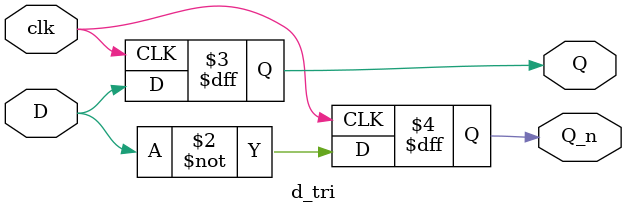
<source format=v>
`timescale 1ns / 1ps


module d_tri(
	input clk,
	input D,
	output reg Q,
	output reg Q_n
    );

	always @(posedge clk) begin 
		Q = D;
		Q_n = ~D;
	end
endmodule

</source>
